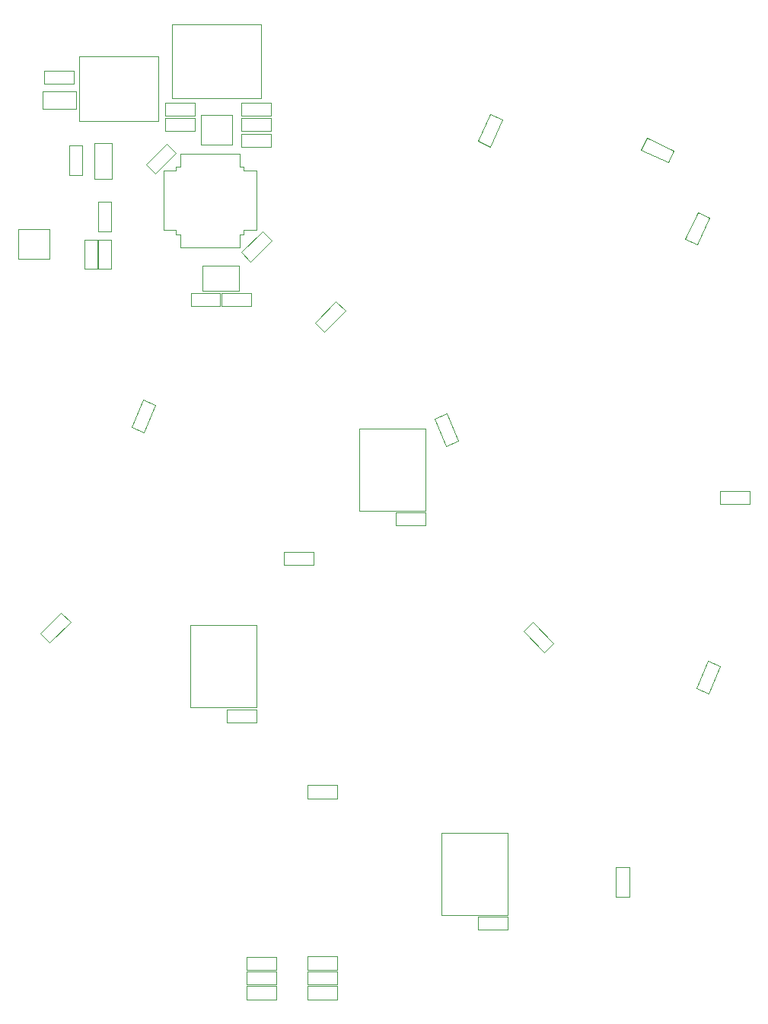
<source format=gbr>
G04 #@! TF.GenerationSoftware,KiCad,Pcbnew,(5.1.5)-3*
G04 #@! TF.CreationDate,2021-10-20T23:00:29+02:00*
G04 #@! TF.ProjectId,WFP_v2_0,5746505f-7632-45f3-902e-6b696361645f,v 0.2*
G04 #@! TF.SameCoordinates,Original*
G04 #@! TF.FileFunction,Other,User*
%FSLAX46Y46*%
G04 Gerber Fmt 4.6, Leading zero omitted, Abs format (unit mm)*
G04 Created by KiCad (PCBNEW (5.1.5)-3) date 2021-10-20 23:00:29*
%MOMM*%
%LPD*%
G04 APERTURE LIST*
%ADD10C,0.050000*%
G04 APERTURE END LIST*
D10*
X77523000Y-49656000D02*
X80973000Y-49656000D01*
X77523000Y-49656000D02*
X77523000Y-46356000D01*
X80973000Y-46356000D02*
X80973000Y-49656000D01*
X80973000Y-46356000D02*
X77523000Y-46356000D01*
X83057000Y-66199000D02*
X79757000Y-66199000D01*
X83057000Y-67659000D02*
X83057000Y-66199000D01*
X79757000Y-67659000D02*
X83057000Y-67659000D01*
X79757000Y-66199000D02*
X79757000Y-67659000D01*
X79653400Y-67659000D02*
X79653400Y-66199000D01*
X79653400Y-66199000D02*
X76353400Y-66199000D01*
X76353400Y-66199000D02*
X76353400Y-67659000D01*
X76353400Y-67659000D02*
X79653400Y-67659000D01*
X72399862Y-52914714D02*
X74733314Y-50581262D01*
X71367486Y-51882338D02*
X72399862Y-52914714D01*
X73700938Y-49548886D02*
X71367486Y-51882338D01*
X74733314Y-50581262D02*
X73700938Y-49548886D01*
X82000968Y-61645056D02*
X83033344Y-62677432D01*
X83033344Y-62677432D02*
X85366796Y-60343980D01*
X85366796Y-60343980D02*
X84334420Y-59311604D01*
X84334420Y-59311604D02*
X82000968Y-61645056D01*
X62846200Y-49745600D02*
X62846200Y-53045600D01*
X64306200Y-49745600D02*
X62846200Y-49745600D01*
X64306200Y-53045600D02*
X64306200Y-49745600D01*
X62846200Y-53045600D02*
X64306200Y-53045600D01*
X73522600Y-46717200D02*
X73522600Y-48177200D01*
X73522600Y-48177200D02*
X76822600Y-48177200D01*
X76822600Y-48177200D02*
X76822600Y-46717200D01*
X76822600Y-46717200D02*
X73522600Y-46717200D01*
X60072000Y-42894000D02*
X63372000Y-42894000D01*
X60072000Y-41434000D02*
X60072000Y-42894000D01*
X63372000Y-41434000D02*
X60072000Y-41434000D01*
X63372000Y-42894000D02*
X63372000Y-41434000D01*
X63581000Y-45654000D02*
X63581000Y-43754000D01*
X63581000Y-43754000D02*
X59881000Y-43754000D01*
X59881000Y-43754000D02*
X59881000Y-45654000D01*
X59881000Y-45654000D02*
X63581000Y-45654000D01*
X92669600Y-144722600D02*
X92669600Y-143262600D01*
X92669600Y-143262600D02*
X89369600Y-143262600D01*
X89369600Y-143262600D02*
X89369600Y-144722600D01*
X89369600Y-144722600D02*
X92669600Y-144722600D01*
X85839600Y-143262600D02*
X82539600Y-143262600D01*
X85839600Y-144722600D02*
X85839600Y-143262600D01*
X82539600Y-144722600D02*
X85839600Y-144722600D01*
X82539600Y-143262600D02*
X82539600Y-144722600D01*
X80406000Y-113912400D02*
X83706000Y-113912400D01*
X80406000Y-112452400D02*
X80406000Y-113912400D01*
X83706000Y-112452400D02*
X80406000Y-112452400D01*
X83706000Y-113912400D02*
X83706000Y-112452400D01*
X102502000Y-92043000D02*
X102502000Y-90583000D01*
X102502000Y-90583000D02*
X99202000Y-90583000D01*
X99202000Y-90583000D02*
X99202000Y-92043000D01*
X99202000Y-92043000D02*
X102502000Y-92043000D01*
X111646000Y-136975600D02*
X111646000Y-135515600D01*
X111646000Y-135515600D02*
X108346000Y-135515600D01*
X108346000Y-135515600D02*
X108346000Y-136975600D01*
X108346000Y-136975600D02*
X111646000Y-136975600D01*
X67574200Y-53516600D02*
X67574200Y-49516600D01*
X67574200Y-49516600D02*
X65674200Y-49516600D01*
X65674200Y-53516600D02*
X65674200Y-49516600D01*
X67574200Y-53516600D02*
X65674200Y-53516600D01*
X76797200Y-46450000D02*
X76797200Y-44990000D01*
X76797200Y-44990000D02*
X73497200Y-44990000D01*
X73497200Y-44990000D02*
X73497200Y-46450000D01*
X73497200Y-46450000D02*
X76797200Y-46450000D01*
X81980800Y-46450000D02*
X85280800Y-46450000D01*
X81980800Y-44990000D02*
X81980800Y-46450000D01*
X85280800Y-44990000D02*
X81980800Y-44990000D01*
X85280800Y-46450000D02*
X85280800Y-44990000D01*
X74308000Y-44488000D02*
X74308000Y-36298000D01*
X74308000Y-36298000D02*
X84198000Y-36298000D01*
X84198000Y-36298000D02*
X84198000Y-44488000D01*
X84198000Y-44488000D02*
X74308000Y-44488000D01*
X109698724Y-46283900D02*
X108304084Y-49274716D01*
X111021934Y-46900922D02*
X109698724Y-46283900D01*
X109627294Y-49891738D02*
X111021934Y-46900922D01*
X108304084Y-49274716D02*
X109627294Y-49891738D01*
X127083103Y-48933075D02*
X126466081Y-50256285D01*
X126466081Y-50256285D02*
X129456897Y-51650925D01*
X129456897Y-51650925D02*
X130073919Y-50327715D01*
X130073919Y-50327715D02*
X127083103Y-48933075D01*
X64548000Y-60213000D02*
X64548000Y-63513000D01*
X66008000Y-60213000D02*
X64548000Y-60213000D01*
X66008000Y-63513000D02*
X66008000Y-60213000D01*
X64548000Y-63513000D02*
X66008000Y-63513000D01*
X66072000Y-60213000D02*
X66072000Y-63513000D01*
X67532000Y-60213000D02*
X66072000Y-60213000D01*
X67532000Y-63513000D02*
X67532000Y-60213000D01*
X66072000Y-63513000D02*
X67532000Y-63513000D01*
X81978200Y-46717200D02*
X81978200Y-48177200D01*
X81978200Y-48177200D02*
X85278200Y-48177200D01*
X85278200Y-48177200D02*
X85278200Y-46717200D01*
X85278200Y-46717200D02*
X81978200Y-46717200D01*
X85280800Y-49955200D02*
X85280800Y-48495200D01*
X85280800Y-48495200D02*
X81980800Y-48495200D01*
X81980800Y-48495200D02*
X81980800Y-49955200D01*
X81980800Y-49955200D02*
X85280800Y-49955200D01*
X62989396Y-102736580D02*
X61957020Y-101704204D01*
X61957020Y-101704204D02*
X59623568Y-104037656D01*
X59623568Y-104037656D02*
X60655944Y-105070032D01*
X60655944Y-105070032D02*
X62989396Y-102736580D01*
X135260812Y-107665753D02*
X133911948Y-107107035D01*
X133911948Y-107107035D02*
X132649092Y-110155837D01*
X132649092Y-110155837D02*
X133997956Y-110714555D01*
X133997956Y-110714555D02*
X135260812Y-107665753D01*
X90002600Y-96437200D02*
X90002600Y-94977200D01*
X90002600Y-94977200D02*
X86702600Y-94977200D01*
X86702600Y-94977200D02*
X86702600Y-96437200D01*
X86702600Y-96437200D02*
X90002600Y-96437200D01*
X116735796Y-105111620D02*
X114402344Y-102778168D01*
X115703420Y-106143996D02*
X116735796Y-105111620D01*
X113369968Y-103810544D02*
X115703420Y-106143996D01*
X114402344Y-102778168D02*
X113369968Y-103810544D01*
X123679200Y-130009600D02*
X123679200Y-133309600D01*
X125139200Y-130009600D02*
X123679200Y-130009600D01*
X125139200Y-133309600D02*
X125139200Y-130009600D01*
X123679200Y-133309600D02*
X125139200Y-133309600D01*
X85837000Y-143071600D02*
X85837000Y-141611600D01*
X85837000Y-141611600D02*
X82537000Y-141611600D01*
X82537000Y-141611600D02*
X82537000Y-143071600D01*
X82537000Y-143071600D02*
X85837000Y-143071600D01*
X89369600Y-143071600D02*
X92669600Y-143071600D01*
X89369600Y-141611600D02*
X89369600Y-143071600D01*
X92669600Y-141611600D02*
X89369600Y-141611600D01*
X92669600Y-143071600D02*
X92669600Y-141611600D01*
X82539600Y-139986000D02*
X82539600Y-141446000D01*
X82539600Y-141446000D02*
X85839600Y-141446000D01*
X85839600Y-141446000D02*
X85839600Y-139986000D01*
X85839600Y-139986000D02*
X82539600Y-139986000D01*
X89369600Y-141420600D02*
X92669600Y-141420600D01*
X89369600Y-139960600D02*
X89369600Y-141420600D01*
X92669600Y-139960600D02*
X89369600Y-139960600D01*
X92669600Y-141420600D02*
X92669600Y-139960600D01*
X72411275Y-78598601D02*
X71067338Y-78028133D01*
X71067338Y-78028133D02*
X69777925Y-81065799D01*
X69777925Y-81065799D02*
X71121862Y-81636267D01*
X71121862Y-81636267D02*
X72411275Y-78598601D01*
X138505200Y-88170000D02*
X135205200Y-88170000D01*
X138505200Y-89630000D02*
X138505200Y-88170000D01*
X135205200Y-89630000D02*
X138505200Y-89630000D01*
X135205200Y-88170000D02*
X135205200Y-89630000D01*
X89369600Y-120910600D02*
X89369600Y-122370600D01*
X89369600Y-122370600D02*
X92669600Y-122370600D01*
X92669600Y-122370600D02*
X92669600Y-120910600D01*
X92669600Y-120910600D02*
X89369600Y-120910600D01*
X93552669Y-68154307D02*
X92511323Y-67130979D01*
X92511323Y-67130979D02*
X90198323Y-69484705D01*
X90198323Y-69484705D02*
X91239669Y-70508033D01*
X91239669Y-70508033D02*
X93552669Y-68154307D01*
X106106260Y-82626642D02*
X104843404Y-79577840D01*
X104757396Y-83185360D02*
X106106260Y-82626642D01*
X103494540Y-80136558D02*
X104757396Y-83185360D01*
X104843404Y-79577840D02*
X103494540Y-80136558D01*
X60653000Y-59056000D02*
X57203000Y-59056000D01*
X60653000Y-59056000D02*
X60653000Y-62356000D01*
X57203000Y-62356000D02*
X57203000Y-59056000D01*
X57203000Y-62356000D02*
X60653000Y-62356000D01*
X83666000Y-55880000D02*
X83666000Y-59180000D01*
X83666000Y-59180000D02*
X82236000Y-59180000D01*
X82236000Y-59180000D02*
X82236000Y-59630000D01*
X82236000Y-59630000D02*
X81786000Y-59630000D01*
X81786000Y-59630000D02*
X81786000Y-61060000D01*
X81786000Y-61060000D02*
X78486000Y-61060000D01*
X83666000Y-55880000D02*
X83666000Y-52580000D01*
X83666000Y-52580000D02*
X82236000Y-52580000D01*
X82236000Y-52580000D02*
X82236000Y-52130000D01*
X82236000Y-52130000D02*
X81786000Y-52130000D01*
X81786000Y-52130000D02*
X81786000Y-50700000D01*
X81786000Y-50700000D02*
X78486000Y-50700000D01*
X73306000Y-55880000D02*
X73306000Y-59180000D01*
X73306000Y-59180000D02*
X74736000Y-59180000D01*
X74736000Y-59180000D02*
X74736000Y-59630000D01*
X74736000Y-59630000D02*
X75186000Y-59630000D01*
X75186000Y-59630000D02*
X75186000Y-61060000D01*
X75186000Y-61060000D02*
X78486000Y-61060000D01*
X73306000Y-55880000D02*
X73306000Y-52580000D01*
X73306000Y-52580000D02*
X74736000Y-52580000D01*
X74736000Y-52580000D02*
X74736000Y-52130000D01*
X74736000Y-52130000D02*
X75186000Y-52130000D01*
X75186000Y-52130000D02*
X75186000Y-50700000D01*
X75186000Y-50700000D02*
X78486000Y-50700000D01*
X63926000Y-39834000D02*
X72726000Y-39834000D01*
X63926000Y-47034000D02*
X63926000Y-39834000D01*
X72726000Y-47034000D02*
X63926000Y-47034000D01*
X72726000Y-39834000D02*
X72726000Y-47034000D01*
X76310000Y-112276000D02*
X76310000Y-103116000D01*
X76310000Y-103116000D02*
X83710000Y-103116000D01*
X83710000Y-103116000D02*
X83710000Y-112276000D01*
X83710000Y-112276000D02*
X76310000Y-112276000D01*
X95106000Y-90432000D02*
X95106000Y-81272000D01*
X95106000Y-81272000D02*
X102506000Y-81272000D01*
X102506000Y-81272000D02*
X102506000Y-90432000D01*
X102506000Y-90432000D02*
X95106000Y-90432000D01*
X111650000Y-135390000D02*
X104250000Y-135390000D01*
X111650000Y-126230000D02*
X111650000Y-135390000D01*
X104250000Y-126230000D02*
X111650000Y-126230000D01*
X104250000Y-135390000D02*
X104250000Y-126230000D01*
X77695000Y-65890600D02*
X81695000Y-65890600D01*
X77695000Y-63100600D02*
X81695000Y-63100600D01*
X77695000Y-65890600D02*
X77695000Y-63100600D01*
X81695000Y-65890600D02*
X81695000Y-63100600D01*
X66072000Y-59308000D02*
X67532000Y-59308000D01*
X67532000Y-59308000D02*
X67532000Y-56008000D01*
X67532000Y-56008000D02*
X66072000Y-56008000D01*
X66072000Y-56008000D02*
X66072000Y-59308000D01*
X134073925Y-57791903D02*
X132750715Y-57174881D01*
X132750715Y-57174881D02*
X131356075Y-60165697D01*
X131356075Y-60165697D02*
X132679285Y-60782719D01*
X132679285Y-60782719D02*
X134073925Y-57791903D01*
M02*

</source>
